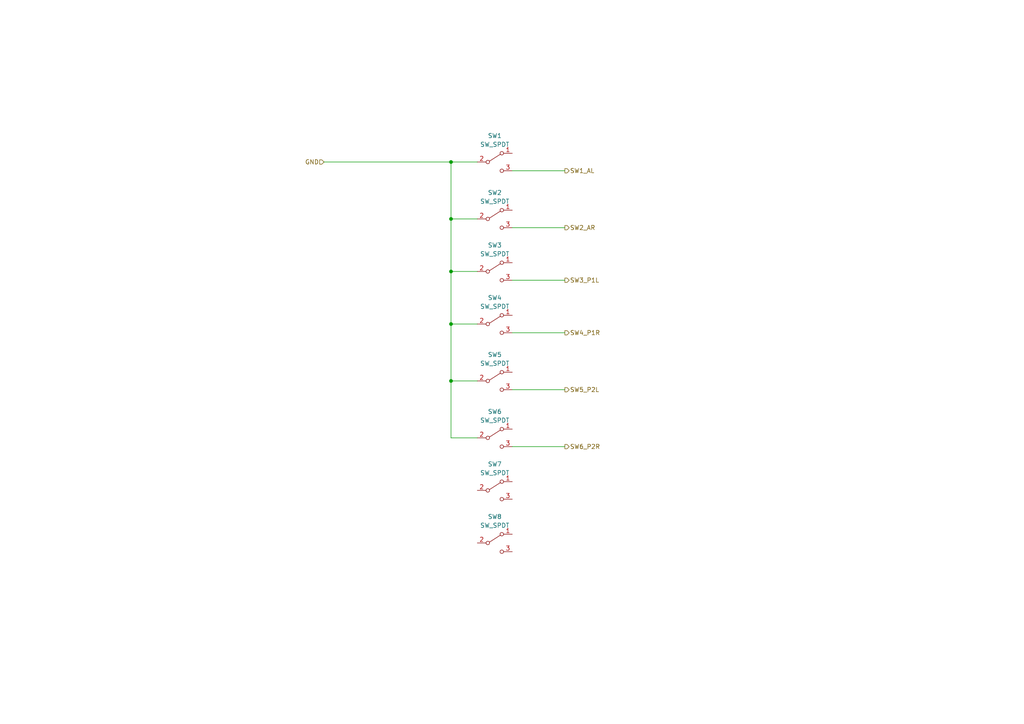
<source format=kicad_sch>
(kicad_sch (version 20230121) (generator eeschema)
  (paper "A4")
  (title_block (title "Limit Switches") (date "2023-11-29") (rev "A") (company "Eddie and Felix"))
  (lib_symbols
    (symbol "Switch:SW_SPDT" (pin_names (offset 0) hide)
      (property "Reference" "SW" (at 0 4.318 0))
      (property "Value" "SW_SPDT" (at 0 -5.08 0))
      (symbol "SW_SPDT_0_0"
        (circle (center -2.032 0) (radius 0.508))
        (circle (center 2.032 -2.54) (radius 0.508))
      )
      (symbol "SW_SPDT_0_1"
        (polyline (pts (xy -1.524 0.254) (xy 1.651 2.286)))
        (circle (center 2.032 2.54) (radius 0.508))
      )
      (symbol "SW_SPDT_1_1"
        (pin passive line (at 5.08 2.54 180) (length 2.54) (name "A") (number "1"))
        (pin passive line (at -5.08 0 0) (length 2.54) (name "B") (number "2"))
        (pin passive line (at 5.08 -2.54 180) (length 2.54) (name "C") (number "3"))
      )
    )
  )
  (junction (at 130.81 110.49))
  (junction (at 130.81 46.99))
  (junction (at 130.81 63.5))
  (junction (at 130.81 93.98))
  (junction (at 130.81 78.74))
  (wire (pts (xy 148.59 49.53) (xy 163.83 49.53)))
  (wire (pts (xy 148.59 113.03) (xy 163.83 113.03)))
  (wire (pts (xy 138.43 93.98) (xy 130.81 93.98)))
  (wire (pts (xy 130.81 93.98) (xy 130.81 78.74)))
  (wire (pts (xy 138.43 78.74) (xy 130.81 78.74)))
  (wire (pts (xy 130.81 78.74) (xy 130.81 63.5)))
  (wire (pts (xy 148.59 66.04) (xy 163.83 66.04)))
  (wire (pts (xy 138.43 127) (xy 130.81 127)))
  (wire (pts (xy 148.59 129.54) (xy 163.83 129.54)))
  (wire (pts (xy 130.81 63.5) (xy 130.81 46.99)))
  (wire (pts (xy 138.43 110.49) (xy 130.81 110.49)))
  (wire (pts (xy 130.81 110.49) (xy 130.81 93.98)))
  (wire (pts (xy 130.81 127) (xy 130.81 110.49)))
  (wire (pts (xy 130.81 46.99) (xy 138.43 46.99)))
  (wire (pts (xy 138.43 63.5) (xy 130.81 63.5)))
  (wire (pts (xy 93.98 46.99) (xy 130.81 46.99)))
  (wire (pts (xy 148.59 81.28) (xy 163.83 81.28)))
  (wire (pts (xy 148.59 96.52) (xy 163.83 96.52)))
  (hierarchical_label "SW3_P1L" (shape output) (at 163.83 81.28 0))
  (hierarchical_label "SW6_P2R" (shape output) (at 163.83 129.54 0))
  (hierarchical_label "SW1_AL" (shape output) (at 163.83 49.53 0))
  (hierarchical_label "SW4_P1R" (shape output) (at 163.83 96.52 0))
  (hierarchical_label "SW5_P2L" (shape output) (at 163.83 113.03 0))
  (hierarchical_label "GND" (shape input) (at 93.98 46.99 180))
  (hierarchical_label "SW2_AR" (shape output) (at 163.83 66.04 0))
  (symbol (lib_id "Switch:SW_SPDT") (at 143.51 46.99 0) (unit 1)
    (property "Reference" "SW1" (at 143.51 39.37 0))
    (property "Value" "SW_SPDT" (at 143.51 41.91 0))
  )
  (symbol (lib_id "Switch:SW_SPDT") (at 143.51 78.74 0) (unit 1)
    (property "Reference" "SW3" (at 143.51 71.12 0))
    (property "Value" "SW_SPDT" (at 143.51 73.66 0))
  )
  (symbol (lib_id "Switch:SW_SPDT") (at 143.51 63.5 0) (unit 1)
    (property "Reference" "SW2" (at 143.51 55.88 0))
    (property "Value" "SW_SPDT" (at 143.51 58.42 0))
  )
  (symbol (lib_id "Switch:SW_SPDT") (at 143.51 110.49 0) (unit 1)
    (property "Reference" "SW5" (at 143.51 102.87 0))
    (property "Value" "SW_SPDT" (at 143.51 105.41 0))
  )
  (symbol (lib_id "Switch:SW_SPDT") (at 143.51 157.48 0) (unit 1)
    (property "Reference" "SW8" (at 143.51 149.86 0))
    (property "Value" "SW_SPDT" (at 143.51 152.4 0))
  )
  (symbol (lib_id "Switch:SW_SPDT") (at 143.51 142.24 0) (unit 1)
    (property "Reference" "SW7" (at 143.51 134.62 0))
    (property "Value" "SW_SPDT" (at 143.51 137.16 0))
  )
  (symbol (lib_id "Switch:SW_SPDT") (at 143.51 127 0) (unit 1)
    (property "Reference" "SW6" (at 143.51 119.38 0))
    (property "Value" "SW_SPDT" (at 143.51 121.92 0))
  )
  (symbol (lib_id "Switch:SW_SPDT") (at 143.51 93.98 0) (unit 1)
    (property "Reference" "SW4" (at 143.51 86.36 0))
    (property "Value" "SW_SPDT" (at 143.51 88.9 0))
  )
)
</source>
